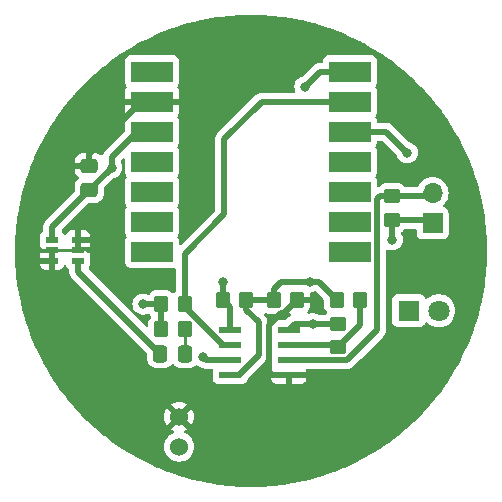
<source format=gbr>
%TF.GenerationSoftware,KiCad,Pcbnew,7.0.9*%
%TF.CreationDate,2024-04-20T19:42:18-07:00*%
%TF.ProjectId,mini_lipo_v1,6d696e69-5f6c-4697-906f-5f76312e6b69,rev?*%
%TF.SameCoordinates,Original*%
%TF.FileFunction,Copper,L2,Bot*%
%TF.FilePolarity,Positive*%
%FSLAX46Y46*%
G04 Gerber Fmt 4.6, Leading zero omitted, Abs format (unit mm)*
G04 Created by KiCad (PCBNEW 7.0.9) date 2024-04-20 19:42:18*
%MOMM*%
%LPD*%
G01*
G04 APERTURE LIST*
G04 Aperture macros list*
%AMRoundRect*
0 Rectangle with rounded corners*
0 $1 Rounding radius*
0 $2 $3 $4 $5 $6 $7 $8 $9 X,Y pos of 4 corners*
0 Add a 4 corners polygon primitive as box body*
4,1,4,$2,$3,$4,$5,$6,$7,$8,$9,$2,$3,0*
0 Add four circle primitives for the rounded corners*
1,1,$1+$1,$2,$3*
1,1,$1+$1,$4,$5*
1,1,$1+$1,$6,$7*
1,1,$1+$1,$8,$9*
0 Add four rect primitives between the rounded corners*
20,1,$1+$1,$2,$3,$4,$5,0*
20,1,$1+$1,$4,$5,$6,$7,0*
20,1,$1+$1,$6,$7,$8,$9,0*
20,1,$1+$1,$8,$9,$2,$3,0*%
G04 Aperture macros list end*
%TA.AperFunction,ComponentPad*%
%ADD10R,1.800000X1.800000*%
%TD*%
%TA.AperFunction,ComponentPad*%
%ADD11C,1.800000*%
%TD*%
%TA.AperFunction,SMDPad,CuDef*%
%ADD12RoundRect,0.250000X-0.350000X-0.450000X0.350000X-0.450000X0.350000X0.450000X-0.350000X0.450000X0*%
%TD*%
%TA.AperFunction,SMDPad,CuDef*%
%ADD13RoundRect,0.250000X-0.337500X-0.475000X0.337500X-0.475000X0.337500X0.475000X-0.337500X0.475000X0*%
%TD*%
%TA.AperFunction,SMDPad,CuDef*%
%ADD14RoundRect,0.250000X0.450000X-0.350000X0.450000X0.350000X-0.450000X0.350000X-0.450000X-0.350000X0*%
%TD*%
%TA.AperFunction,ComponentPad*%
%ADD15R,1.700000X1.700000*%
%TD*%
%TA.AperFunction,ComponentPad*%
%ADD16O,1.700000X1.700000*%
%TD*%
%TA.AperFunction,SMDPad,CuDef*%
%ADD17RoundRect,0.250000X0.350000X0.450000X-0.350000X0.450000X-0.350000X-0.450000X0.350000X-0.450000X0*%
%TD*%
%TA.AperFunction,SMDPad,CuDef*%
%ADD18RoundRect,0.250000X0.475000X-0.337500X0.475000X0.337500X-0.475000X0.337500X-0.475000X-0.337500X0*%
%TD*%
%TA.AperFunction,ComponentPad*%
%ADD19C,1.524000*%
%TD*%
%TA.AperFunction,SMDPad,CuDef*%
%ADD20R,1.981200X0.558800*%
%TD*%
%TA.AperFunction,SMDPad,CuDef*%
%ADD21RoundRect,0.250000X-0.450000X0.350000X-0.450000X-0.350000X0.450000X-0.350000X0.450000X0.350000X0*%
%TD*%
%TA.AperFunction,SMDPad,CuDef*%
%ADD22R,3.556000X1.778000*%
%TD*%
%TA.AperFunction,SMDPad,CuDef*%
%ADD23R,1.030000X0.620000*%
%TD*%
%TA.AperFunction,SMDPad,CuDef*%
%ADD24R,1.030000X0.500000*%
%TD*%
%TA.AperFunction,ViaPad*%
%ADD25C,0.800000*%
%TD*%
%TA.AperFunction,Conductor*%
%ADD26C,0.500000*%
%TD*%
%TA.AperFunction,Conductor*%
%ADD27C,0.250000*%
%TD*%
G04 APERTURE END LIST*
D10*
%TO.P,D1,1,K*%
%TO.N,Net-(D1-K)*%
X113802500Y-55283000D03*
D11*
%TO.P,D1,2,A*%
%TO.N,/D2*%
X116342500Y-55283000D03*
%TD*%
D12*
%TO.P,R1,1*%
%TO.N,/3V3*%
X98060000Y-54356000D03*
%TO.P,R1,2*%
%TO.N,/1{slash}2 3V3*%
X100060000Y-54356000D03*
%TD*%
D13*
%TO.P,C3,1*%
%TO.N,Net-(MK1-OUT)*%
X92769500Y-58928000D03*
%TO.P,C3,2*%
%TO.N,/VMM out*%
X94844500Y-58928000D03*
%TD*%
D14*
%TO.P,Rf2,1*%
%TO.N,/IN1-*%
X107823000Y-58404000D03*
%TO.P,Rf2,2*%
%TO.N,/A0*%
X107823000Y-56404000D03*
%TD*%
D15*
%TO.P,J1,1,Pin_1*%
%TO.N,/1{slash}2 3V3*%
X115824000Y-47884000D03*
D16*
%TO.P,J1,2,Pin_2*%
%TO.N,/Piezo+*%
X115824000Y-45344000D03*
%TD*%
D17*
%TO.P,Rs1,1*%
%TO.N,/VMM out*%
X94837000Y-56881000D03*
%TO.P,Rs1,2*%
%TO.N,/IN2-*%
X92837000Y-56881000D03*
%TD*%
D18*
%TO.P,C1,1*%
%TO.N,/3V3*%
X86741000Y-45085000D03*
%TO.P,C1,2*%
%TO.N,GND*%
X86741000Y-43010000D03*
%TD*%
D19*
%TO.P,C2,1*%
%TO.N,/3V3*%
X94361000Y-66802000D03*
%TO.P,C2,2*%
%TO.N,GND*%
X94361000Y-64262000D03*
%TD*%
D12*
%TO.P,Rf1,1*%
%TO.N,/IN2-*%
X92837000Y-54737000D03*
%TO.P,Rf1,2*%
%TO.N,/A1*%
X94837000Y-54737000D03*
%TD*%
D20*
%TO.P,U2,1,1OUT*%
%TO.N,/A0*%
X103632000Y-56896000D03*
%TO.P,U2,2,1IN-*%
%TO.N,/IN1-*%
X103632000Y-58166000D03*
%TO.P,U2,3,1IN+*%
%TO.N,/Piezo+*%
X103632000Y-59436000D03*
%TO.P,U2,4,GND*%
%TO.N,GND*%
X103632000Y-60706000D03*
%TO.P,U2,5,2IN+*%
%TO.N,/1{slash}2 3V3*%
X98704400Y-60706000D03*
%TO.P,U2,6,2IN-*%
%TO.N,/IN2-*%
X98704400Y-59436000D03*
%TO.P,U2,7,2OUT*%
%TO.N,/A1*%
X98704400Y-58166000D03*
%TO.P,U2,8,VDD*%
%TO.N,/3V3*%
X98704400Y-56896000D03*
%TD*%
D12*
%TO.P,R2,1*%
%TO.N,/1{slash}2 3V3*%
X102362000Y-54356000D03*
%TO.P,R2,2*%
%TO.N,GND*%
X104362000Y-54356000D03*
%TD*%
D21*
%TO.P,Rb1,1*%
%TO.N,/Piezo+*%
X112395000Y-45593000D03*
%TO.P,Rb1,2*%
%TO.N,/1{slash}2 3V3*%
X112395000Y-47593000D03*
%TD*%
D22*
%TO.P,U1,1,GPIO1_A0_D0*%
%TO.N,/A0*%
X108839000Y-35052000D03*
%TO.P,U1,2,GPIO2_A1_D1*%
%TO.N,/A1*%
X108839000Y-37592000D03*
%TO.P,U1,3,GPIO3_A2_D2*%
%TO.N,/D2*%
X108839000Y-40132000D03*
%TO.P,U1,4,GPIO4_A3_D3*%
%TO.N,unconnected-(U1-GPIO4_A3_D3-Pad4)*%
X108839000Y-42672000D03*
%TO.P,U1,5,GPIO4_A3_D3_SDA*%
%TO.N,unconnected-(U1-GPIO4_A3_D3_SDA-Pad5)*%
X108839000Y-45212000D03*
%TO.P,U1,6,GPIO6_A5_D5_SCL*%
%TO.N,unconnected-(U1-GPIO6_A5_D5_SCL-Pad6)*%
X108839000Y-47752000D03*
%TO.P,U1,7,GPIO43_TX_D6*%
%TO.N,unconnected-(U1-GPIO43_TX_D6-Pad7)*%
X108839000Y-50292000D03*
%TO.P,U1,8,5V*%
%TO.N,unconnected-(U1-5V-Pad8)*%
X92075000Y-35052000D03*
%TO.P,U1,9,GND*%
%TO.N,GND*%
X92075000Y-37592000D03*
%TO.P,U1,10,3V3*%
%TO.N,/3V3*%
X92075000Y-40132000D03*
%TO.P,U1,11,GPIO9_A10_D10_COPI*%
%TO.N,unconnected-(U1-GPIO9_A10_D10_COPI-Pad11)*%
X92075000Y-42672000D03*
%TO.P,U1,12,GPIO8_A9_D9_CIPO*%
%TO.N,unconnected-(U1-GPIO8_A9_D9_CIPO-Pad12)*%
X92075000Y-45212000D03*
%TO.P,U1,13,GPIO7_A8_D8_SCK*%
%TO.N,unconnected-(U1-GPIO7_A8_D8_SCK-Pad13)*%
X92075000Y-47752000D03*
%TO.P,U1,14,GPIO44_D7_RX*%
%TO.N,unconnected-(U1-GPIO44_D7_RX-Pad14)*%
X92075000Y-50292000D03*
%TD*%
D12*
%TO.P,Rg1,1*%
%TO.N,/1{slash}2 3V3*%
X107712000Y-54356000D03*
%TO.P,Rg1,2*%
%TO.N,/IN1-*%
X109712000Y-54356000D03*
%TD*%
D23*
%TO.P,MK1,1,GND*%
%TO.N,GND*%
X83604000Y-51045000D03*
D24*
%TO.P,MK1,2,GND__1*%
X83604000Y-50165000D03*
D23*
%TO.P,MK1,3,VDD*%
%TO.N,/3V3*%
X83604000Y-49285000D03*
%TO.P,MK1,4,GND__2*%
%TO.N,GND*%
X85814000Y-49285000D03*
D24*
%TO.P,MK1,5,GND__3*%
X85814000Y-50165000D03*
D23*
%TO.P,MK1,6,OUT*%
%TO.N,Net-(MK1-OUT)*%
X85814000Y-51045000D03*
%TD*%
D25*
%TO.N,/D2*%
X113665000Y-41910000D03*
%TO.N,GND*%
X105664000Y-54356000D03*
X88392000Y-40386000D03*
%TO.N,/3V3*%
X88646000Y-43180000D03*
X98044000Y-52832000D03*
%TO.N,/1{slash}2 3V3*%
X105410000Y-52832000D03*
X112395000Y-49276000D03*
%TO.N,/A0*%
X105029000Y-36322000D03*
X105664000Y-56388000D03*
%TO.N,/IN2-*%
X96393000Y-59182000D03*
X91313000Y-54737000D03*
%TD*%
D26*
%TO.N,/D2*%
X108077000Y-40132000D02*
X111887000Y-40132000D01*
X111887000Y-40132000D02*
X113665000Y-41910000D01*
%TO.N,GND*%
X101981000Y-60452000D02*
X102235000Y-60706000D01*
D27*
X83604000Y-50165000D02*
X83604000Y-51045000D01*
D26*
X88377000Y-40386000D02*
X88392000Y-40386000D01*
X104362000Y-54356000D02*
X103212000Y-55506000D01*
D27*
X92837000Y-37592000D02*
X92710000Y-37592000D01*
X85814000Y-50165000D02*
X85814000Y-49285000D01*
D26*
X102990000Y-55506000D02*
X101981000Y-56515000D01*
X91171000Y-37592000D02*
X88392000Y-40371000D01*
X92837000Y-37592000D02*
X91171000Y-37592000D01*
X102235000Y-60706000D02*
X103632000Y-60706000D01*
X103212000Y-55506000D02*
X102990000Y-55506000D01*
X88392000Y-40371000D02*
X88392000Y-40386000D01*
X86741000Y-43010000D02*
X86741000Y-42022000D01*
X101981000Y-56515000D02*
X101981000Y-60452000D01*
X86741000Y-42022000D02*
X88377000Y-40386000D01*
D27*
X83604000Y-50165000D02*
X85814000Y-50165000D01*
D26*
X104362000Y-54356000D02*
X105664000Y-54356000D01*
D27*
%TO.N,/3V3*%
X90805000Y-40132000D02*
X92710000Y-40132000D01*
D26*
X98704400Y-56896000D02*
X98704400Y-55000400D01*
X88646000Y-42291000D02*
X90805000Y-40132000D01*
X83604000Y-48222000D02*
X86741000Y-45085000D01*
X88646000Y-43180000D02*
X86741000Y-45085000D01*
X98060000Y-52848000D02*
X98044000Y-52832000D01*
X98704400Y-55000400D02*
X98060000Y-54356000D01*
X83604000Y-49285000D02*
X83604000Y-48222000D01*
X88646000Y-43180000D02*
X88646000Y-42291000D01*
X98060000Y-54356000D02*
X98060000Y-52848000D01*
%TO.N,Net-(MK1-OUT)*%
X85814000Y-51972500D02*
X85814000Y-51045000D01*
X92769500Y-58928000D02*
X85814000Y-51972500D01*
%TO.N,/1{slash}2 3V3*%
X101092000Y-56261000D02*
X101092000Y-59029600D01*
X100060000Y-54356000D02*
X100060000Y-55229000D01*
X102362000Y-54356000D02*
X102362000Y-53467000D01*
X100060000Y-55229000D02*
X101092000Y-56261000D01*
X112395000Y-47593000D02*
X115533000Y-47593000D01*
D27*
X99415600Y-60706000D02*
X98704400Y-60706000D01*
D26*
X102362000Y-53467000D02*
X102997000Y-52832000D01*
X106188000Y-52832000D02*
X107712000Y-54356000D01*
X115533000Y-47593000D02*
X115824000Y-47884000D01*
X101092000Y-59029600D02*
X99415600Y-60706000D01*
X112395000Y-47593000D02*
X112395000Y-49276000D01*
X100060000Y-54356000D02*
X102362000Y-54356000D01*
X105410000Y-52832000D02*
X106188000Y-52832000D01*
X102997000Y-52832000D02*
X105410000Y-52832000D01*
%TO.N,/Piezo+*%
X111125000Y-56898878D02*
X108569878Y-59454000D01*
X111125000Y-45847000D02*
X111125000Y-56898878D01*
X107058122Y-59436000D02*
X103632000Y-59436000D01*
X108569878Y-59454000D02*
X107076122Y-59454000D01*
X115575000Y-45593000D02*
X115824000Y-45344000D01*
X112395000Y-45593000D02*
X115575000Y-45593000D01*
X112395000Y-45593000D02*
X111379000Y-45593000D01*
X107076122Y-59454000D02*
X107058122Y-59436000D01*
X111379000Y-45593000D02*
X111125000Y-45847000D01*
D27*
%TO.N,/A0*%
X104394000Y-56388000D02*
X104410000Y-56404000D01*
D26*
X103632000Y-56896000D02*
X104140000Y-56388000D01*
X105664000Y-56388000D02*
X105680000Y-56404000D01*
X108077000Y-35052000D02*
X106299000Y-35052000D01*
X104410000Y-56404000D02*
X105648000Y-56404000D01*
X104140000Y-56388000D02*
X104394000Y-56388000D01*
X105648000Y-56404000D02*
X105664000Y-56388000D01*
X105680000Y-56404000D02*
X107823000Y-56404000D01*
X106299000Y-35052000D02*
X105029000Y-36322000D01*
%TO.N,/A1*%
X98054400Y-58166000D02*
X94837000Y-54948600D01*
X94837000Y-50451000D02*
X98171000Y-47117000D01*
X98704400Y-58166000D02*
X98054400Y-58166000D01*
X98171000Y-47117000D02*
X98171000Y-40767000D01*
D27*
X94837000Y-54948600D02*
X94837000Y-54737000D01*
D26*
X98171000Y-40767000D02*
X101346000Y-37592000D01*
X94837000Y-54737000D02*
X94837000Y-50451000D01*
X101346000Y-37592000D02*
X107950000Y-37592000D01*
D27*
%TO.N,/VMM out*%
X94837000Y-56881000D02*
X94837000Y-58920500D01*
X94844500Y-56888500D02*
X94837000Y-56881000D01*
X94837000Y-58920500D02*
X94844500Y-58928000D01*
D26*
%TO.N,/IN2-*%
X96647000Y-59436000D02*
X96393000Y-59182000D01*
X92837000Y-56881000D02*
X92837000Y-54737000D01*
X92837000Y-54737000D02*
X91313000Y-54737000D01*
X98704400Y-59436000D02*
X96647000Y-59436000D01*
D27*
%TO.N,/IN1-*%
X107585000Y-58166000D02*
X107823000Y-58404000D01*
D26*
X103632000Y-58166000D02*
X107585000Y-58166000D01*
X109712000Y-56515000D02*
X107823000Y-58404000D01*
X109712000Y-54356000D02*
X109712000Y-56515000D01*
%TD*%
%TA.AperFunction,Conductor*%
%TO.N,GND*%
G36*
X89715834Y-42385047D02*
G01*
X89771767Y-42426919D01*
X89796184Y-42492383D01*
X89796500Y-42501229D01*
X89796500Y-43145345D01*
X89787037Y-43177570D01*
X89794477Y-43192345D01*
X89796500Y-43214653D01*
X89796500Y-43608870D01*
X89796501Y-43608876D01*
X89802908Y-43668483D01*
X89853202Y-43803328D01*
X89853204Y-43803331D01*
X89901382Y-43867689D01*
X89925799Y-43933154D01*
X89910947Y-44001427D01*
X89901382Y-44016311D01*
X89853204Y-44080668D01*
X89853202Y-44080671D01*
X89802908Y-44215517D01*
X89796501Y-44275116D01*
X89796501Y-44275123D01*
X89796500Y-44275135D01*
X89796500Y-46148870D01*
X89796501Y-46148876D01*
X89802908Y-46208483D01*
X89853202Y-46343328D01*
X89853204Y-46343331D01*
X89901382Y-46407689D01*
X89925799Y-46473154D01*
X89910947Y-46541427D01*
X89901382Y-46556311D01*
X89853204Y-46620668D01*
X89853202Y-46620671D01*
X89802908Y-46755517D01*
X89798899Y-46792811D01*
X89796501Y-46815123D01*
X89796500Y-46815135D01*
X89796500Y-48688870D01*
X89796501Y-48688876D01*
X89802908Y-48748483D01*
X89853202Y-48883328D01*
X89853204Y-48883331D01*
X89901382Y-48947689D01*
X89925799Y-49013154D01*
X89910947Y-49081427D01*
X89901382Y-49096311D01*
X89853204Y-49160668D01*
X89853202Y-49160671D01*
X89802908Y-49295517D01*
X89796501Y-49355116D01*
X89796501Y-49355123D01*
X89796500Y-49355135D01*
X89796500Y-51228870D01*
X89796501Y-51228876D01*
X89802908Y-51288483D01*
X89853202Y-51423328D01*
X89853206Y-51423335D01*
X89939452Y-51538544D01*
X89939455Y-51538547D01*
X90054664Y-51624793D01*
X90054671Y-51624797D01*
X90189517Y-51675091D01*
X90189516Y-51675091D01*
X90196444Y-51675835D01*
X90249127Y-51681500D01*
X93900872Y-51681499D01*
X93900874Y-51681498D01*
X93900887Y-51681498D01*
X93939322Y-51677365D01*
X93949244Y-51676299D01*
X94018004Y-51688704D01*
X94069141Y-51736314D01*
X94086500Y-51799588D01*
X94086500Y-53583042D01*
X94066815Y-53650081D01*
X94027598Y-53688580D01*
X94018344Y-53694287D01*
X94018343Y-53694288D01*
X93924681Y-53787951D01*
X93863358Y-53821436D01*
X93793666Y-53816452D01*
X93749319Y-53787951D01*
X93655657Y-53694289D01*
X93655656Y-53694288D01*
X93506334Y-53602186D01*
X93339797Y-53547001D01*
X93339795Y-53547000D01*
X93237010Y-53536500D01*
X92436998Y-53536500D01*
X92436980Y-53536501D01*
X92334203Y-53547000D01*
X92334200Y-53547001D01*
X92167668Y-53602185D01*
X92167663Y-53602187D01*
X92018342Y-53694289D01*
X91894289Y-53818342D01*
X91858423Y-53876491D01*
X91806475Y-53923215D01*
X91737512Y-53934438D01*
X91702448Y-53924673D01*
X91592807Y-53875857D01*
X91592802Y-53875855D01*
X91447001Y-53844865D01*
X91407646Y-53836500D01*
X91218354Y-53836500D01*
X91185897Y-53843398D01*
X91033197Y-53875855D01*
X91033192Y-53875857D01*
X90860270Y-53952848D01*
X90860265Y-53952851D01*
X90707129Y-54064111D01*
X90580466Y-54204785D01*
X90485821Y-54368715D01*
X90485818Y-54368722D01*
X90427327Y-54548740D01*
X90427326Y-54548744D01*
X90407540Y-54737000D01*
X90427326Y-54925256D01*
X90427327Y-54925259D01*
X90485818Y-55105277D01*
X90485821Y-55105284D01*
X90580467Y-55269216D01*
X90663275Y-55361183D01*
X90707129Y-55409888D01*
X90860265Y-55521148D01*
X90860270Y-55521151D01*
X91033192Y-55598142D01*
X91033197Y-55598144D01*
X91218354Y-55637500D01*
X91218355Y-55637500D01*
X91407644Y-55637500D01*
X91407646Y-55637500D01*
X91592803Y-55598144D01*
X91702449Y-55549325D01*
X91771697Y-55540040D01*
X91834974Y-55569668D01*
X91858423Y-55597509D01*
X91894287Y-55655655D01*
X91959951Y-55721319D01*
X91993436Y-55782642D01*
X91988452Y-55852334D01*
X91959951Y-55896681D01*
X91894289Y-55962342D01*
X91802187Y-56111663D01*
X91802185Y-56111668D01*
X91800716Y-56116101D01*
X91747001Y-56278203D01*
X91747001Y-56278204D01*
X91747000Y-56278204D01*
X91736500Y-56380983D01*
X91736500Y-56534270D01*
X91716815Y-56601309D01*
X91664011Y-56647064D01*
X91594853Y-56657008D01*
X91531297Y-56627983D01*
X91524819Y-56621951D01*
X86732070Y-51829202D01*
X86698585Y-51767879D01*
X86703569Y-51698187D01*
X86720485Y-51667210D01*
X86772793Y-51597335D01*
X86772792Y-51597335D01*
X86772796Y-51597331D01*
X86823091Y-51462483D01*
X86829500Y-51402873D01*
X86829499Y-50687128D01*
X86823091Y-50627517D01*
X86819400Y-50617623D01*
X86814412Y-50547932D01*
X86819402Y-50530940D01*
X86822598Y-50522371D01*
X86828999Y-50462844D01*
X86829000Y-50462827D01*
X86829000Y-50415000D01*
X86775454Y-50415000D01*
X86708415Y-50395315D01*
X86687773Y-50378681D01*
X86686544Y-50377452D01*
X86571335Y-50291206D01*
X86571328Y-50291202D01*
X86436482Y-50240908D01*
X86436483Y-50240908D01*
X86376883Y-50234501D01*
X86376881Y-50234500D01*
X86376873Y-50234500D01*
X86376865Y-50234500D01*
X85688000Y-50234500D01*
X85620961Y-50214815D01*
X85575206Y-50162011D01*
X85564000Y-50110500D01*
X85564000Y-49535000D01*
X86064000Y-49535000D01*
X86064000Y-49915000D01*
X86829000Y-49915000D01*
X86829000Y-49867172D01*
X86828999Y-49867155D01*
X86822598Y-49807627D01*
X86822597Y-49807624D01*
X86819133Y-49798335D01*
X86814148Y-49728643D01*
X86819133Y-49711665D01*
X86822597Y-49702375D01*
X86822598Y-49702372D01*
X86828999Y-49642844D01*
X86829000Y-49642827D01*
X86829000Y-49535000D01*
X86064000Y-49535000D01*
X85564000Y-49535000D01*
X85564000Y-48475000D01*
X86064000Y-48475000D01*
X86064000Y-49035000D01*
X86829000Y-49035000D01*
X86829000Y-48927172D01*
X86828999Y-48927155D01*
X86822598Y-48867627D01*
X86822596Y-48867620D01*
X86772354Y-48732913D01*
X86772350Y-48732906D01*
X86686190Y-48617812D01*
X86686187Y-48617809D01*
X86571093Y-48531649D01*
X86571086Y-48531645D01*
X86436379Y-48481403D01*
X86436372Y-48481401D01*
X86376844Y-48475000D01*
X86064000Y-48475000D01*
X85564000Y-48475000D01*
X85251155Y-48475000D01*
X85191627Y-48481401D01*
X85191620Y-48481403D01*
X85056913Y-48531645D01*
X85056906Y-48531649D01*
X84941812Y-48617809D01*
X84941809Y-48617812D01*
X84855649Y-48732906D01*
X84855646Y-48732911D01*
X84825448Y-48813877D01*
X84783576Y-48869810D01*
X84718112Y-48894227D01*
X84649839Y-48879375D01*
X84600434Y-48829970D01*
X84593084Y-48813875D01*
X84562798Y-48732673D01*
X84562793Y-48732664D01*
X84476547Y-48617455D01*
X84476542Y-48617450D01*
X84472930Y-48614746D01*
X84431061Y-48558811D01*
X84426080Y-48489119D01*
X84459562Y-48427804D01*
X86678049Y-46209318D01*
X86739372Y-46175833D01*
X86765730Y-46172999D01*
X87266002Y-46172999D01*
X87266008Y-46172999D01*
X87368797Y-46162499D01*
X87535334Y-46107314D01*
X87684656Y-46015212D01*
X87808712Y-45891156D01*
X87900814Y-45741834D01*
X87955999Y-45575297D01*
X87966500Y-45472509D01*
X87966499Y-44972228D01*
X87986183Y-44905190D01*
X88002813Y-44884553D01*
X88798771Y-44088595D01*
X88860092Y-44055112D01*
X88860448Y-44055034D01*
X88925803Y-44041144D01*
X89098730Y-43964151D01*
X89251871Y-43852888D01*
X89378533Y-43712216D01*
X89473179Y-43548284D01*
X89531674Y-43368256D01*
X89549180Y-43201688D01*
X89556245Y-43184516D01*
X89553523Y-43180280D01*
X89549180Y-43158316D01*
X89531674Y-42991744D01*
X89473179Y-42811716D01*
X89415877Y-42712465D01*
X89399404Y-42644565D01*
X89422257Y-42578538D01*
X89435578Y-42562789D01*
X89584820Y-42413547D01*
X89646142Y-42380063D01*
X89715834Y-42385047D01*
G37*
%TD.AperFunction*%
%TA.AperFunction,Conductor*%
G36*
X105950652Y-53656354D02*
G01*
X105956242Y-53661609D01*
X106575181Y-54280548D01*
X106608666Y-54341871D01*
X106611500Y-54368229D01*
X106611500Y-54856001D01*
X106611501Y-54856019D01*
X106622000Y-54958796D01*
X106622001Y-54958799D01*
X106670540Y-55105277D01*
X106677186Y-55125334D01*
X106769096Y-55274345D01*
X106769289Y-55274657D01*
X106842451Y-55347819D01*
X106875936Y-55409142D01*
X106870952Y-55478834D01*
X106842451Y-55523181D01*
X106780288Y-55585343D01*
X106780287Y-55585344D01*
X106774580Y-55594598D01*
X106722632Y-55641322D01*
X106669042Y-55653500D01*
X106225359Y-55653500D01*
X106158320Y-55633815D01*
X106152474Y-55629818D01*
X106116734Y-55603851D01*
X106116729Y-55603848D01*
X105943807Y-55526857D01*
X105943802Y-55526855D01*
X105798001Y-55495865D01*
X105758646Y-55487500D01*
X105569354Y-55487500D01*
X105529228Y-55496029D01*
X105384189Y-55526857D01*
X105383027Y-55527235D01*
X105382318Y-55527255D01*
X105377840Y-55528207D01*
X105377665Y-55527387D01*
X105313185Y-55529223D01*
X105253356Y-55493135D01*
X105222536Y-55430431D01*
X105230508Y-55361017D01*
X105257042Y-55321618D01*
X105304315Y-55274345D01*
X105396356Y-55125124D01*
X105396358Y-55125119D01*
X105451505Y-54958697D01*
X105451506Y-54958690D01*
X105461999Y-54855986D01*
X105462000Y-54855973D01*
X105462000Y-54606000D01*
X104236000Y-54606000D01*
X104168961Y-54586315D01*
X104123206Y-54533511D01*
X104112000Y-54482000D01*
X104112000Y-54230000D01*
X104131685Y-54162961D01*
X104184489Y-54117206D01*
X104236000Y-54106000D01*
X105461999Y-54106000D01*
X105461999Y-53856028D01*
X105461998Y-53856014D01*
X105461870Y-53854760D01*
X105461920Y-53854487D01*
X105461838Y-53852866D01*
X105462225Y-53852846D01*
X105474630Y-53786065D01*
X105522505Y-53735175D01*
X105559446Y-53720852D01*
X105559516Y-53720836D01*
X105689803Y-53693144D01*
X105786523Y-53650081D01*
X105818125Y-53636011D01*
X105887375Y-53626726D01*
X105950652Y-53656354D01*
G37*
%TD.AperFunction*%
%TA.AperFunction,Conductor*%
G36*
X101264403Y-30244620D02*
G01*
X101443950Y-30252684D01*
X102160049Y-30300964D01*
X102339089Y-30317079D01*
X103052233Y-30397431D01*
X103052242Y-30397432D01*
X103230386Y-30421562D01*
X103864526Y-30522000D01*
X103939220Y-30533831D01*
X103974222Y-30540182D01*
X104116148Y-30565938D01*
X104819220Y-30709893D01*
X104994454Y-30749888D01*
X105690422Y-30925257D01*
X105863692Y-30973076D01*
X106485725Y-31159863D01*
X106551060Y-31179483D01*
X106722050Y-31235040D01*
X107399462Y-31472077D01*
X107567745Y-31535234D01*
X108233847Y-31802427D01*
X108399173Y-31873091D01*
X108847183Y-32076586D01*
X109052557Y-32169872D01*
X109052582Y-32169883D01*
X109214585Y-32247900D01*
X109854029Y-32573713D01*
X109958011Y-32629669D01*
X110012335Y-32658902D01*
X110636494Y-33013061D01*
X110790884Y-33105304D01*
X111398487Y-33487087D01*
X111398518Y-33487106D01*
X111548573Y-33586156D01*
X112138539Y-33994886D01*
X112283916Y-34100509D01*
X112854975Y-34535314D01*
X112995522Y-34647398D01*
X113546405Y-35107308D01*
X113681827Y-35225623D01*
X114211538Y-35709800D01*
X114341489Y-35834046D01*
X114848953Y-36341510D01*
X114973199Y-36471461D01*
X115457376Y-37001172D01*
X115575691Y-37136594D01*
X116035615Y-37687493D01*
X116147701Y-37828045D01*
X116582479Y-38399068D01*
X116643823Y-38483500D01*
X116688122Y-38544473D01*
X117096840Y-39134422D01*
X117195893Y-39284481D01*
X117577694Y-39892114D01*
X117669931Y-40046492D01*
X118024097Y-40670664D01*
X118109290Y-40828977D01*
X118435099Y-41468414D01*
X118513116Y-41630417D01*
X118809908Y-42283826D01*
X118880572Y-42449152D01*
X119147758Y-43115237D01*
X119210921Y-43283534D01*
X119447958Y-43960946D01*
X119503515Y-44131935D01*
X119709917Y-44819285D01*
X119757741Y-44992572D01*
X119933100Y-45688499D01*
X119945273Y-45741831D01*
X119973107Y-45863781D01*
X120117060Y-46566845D01*
X120149168Y-46743779D01*
X120261432Y-47452583D01*
X120285567Y-47630757D01*
X120365920Y-48343909D01*
X120382036Y-48522974D01*
X120430313Y-49239012D01*
X120438379Y-49418613D01*
X120456468Y-50224608D01*
X120456468Y-50227390D01*
X120438379Y-51033386D01*
X120430313Y-51212987D01*
X120382036Y-51929025D01*
X120365920Y-52108090D01*
X120285567Y-52821242D01*
X120261432Y-52999416D01*
X120149168Y-53708220D01*
X120117060Y-53885154D01*
X119973107Y-54588218D01*
X119933107Y-54763470D01*
X119829908Y-55173028D01*
X119757742Y-55459425D01*
X119709918Y-55632711D01*
X119503515Y-56320064D01*
X119447958Y-56491053D01*
X119210921Y-57168465D01*
X119147758Y-57336762D01*
X118880572Y-58002847D01*
X118809908Y-58168173D01*
X118513116Y-58821582D01*
X118435099Y-58983585D01*
X118109290Y-59623022D01*
X118024097Y-59781335D01*
X117669931Y-60405507D01*
X117577694Y-60559885D01*
X117195893Y-61167518D01*
X117096840Y-61317577D01*
X116688122Y-61907526D01*
X116582486Y-62052922D01*
X116147701Y-62623954D01*
X116035615Y-62764506D01*
X115575691Y-63315405D01*
X115457376Y-63450827D01*
X114973199Y-63980538D01*
X114848953Y-64110489D01*
X114341489Y-64617953D01*
X114211538Y-64742199D01*
X113681827Y-65226376D01*
X113546405Y-65344691D01*
X112995506Y-65804615D01*
X112854954Y-65916701D01*
X112283922Y-66351486D01*
X112138526Y-66457122D01*
X111548577Y-66865840D01*
X111398518Y-66964893D01*
X110790885Y-67346694D01*
X110636507Y-67438931D01*
X110012335Y-67793097D01*
X109854022Y-67878290D01*
X109214585Y-68204099D01*
X109052582Y-68282116D01*
X108399173Y-68578908D01*
X108233847Y-68649572D01*
X107567762Y-68916758D01*
X107399465Y-68979921D01*
X106722053Y-69216958D01*
X106551064Y-69272515D01*
X105863714Y-69478917D01*
X105690425Y-69526742D01*
X104994511Y-69702097D01*
X104888289Y-69726342D01*
X104819218Y-69742107D01*
X104116154Y-69886060D01*
X103939220Y-69918168D01*
X103230416Y-70030432D01*
X103052242Y-70054567D01*
X102339090Y-70134920D01*
X102160025Y-70151036D01*
X101443987Y-70199313D01*
X101264386Y-70207379D01*
X100546870Y-70223483D01*
X100367130Y-70223483D01*
X99649613Y-70207379D01*
X99470012Y-70199313D01*
X98753974Y-70151036D01*
X98574909Y-70134920D01*
X97861757Y-70054567D01*
X97683583Y-70030432D01*
X96974779Y-69918168D01*
X96797845Y-69886060D01*
X96094781Y-69742107D01*
X96074397Y-69737454D01*
X95919499Y-69702100D01*
X95223572Y-69526741D01*
X95050285Y-69478917D01*
X94362935Y-69272515D01*
X94191946Y-69216958D01*
X93514534Y-68979921D01*
X93346237Y-68916758D01*
X92680152Y-68649572D01*
X92514826Y-68578908D01*
X91861417Y-68282116D01*
X91699414Y-68204099D01*
X91059989Y-67878296D01*
X91015473Y-67854341D01*
X90901664Y-67793097D01*
X90277492Y-67438931D01*
X90123114Y-67346694D01*
X89515481Y-66964893D01*
X89365422Y-66865840D01*
X89273277Y-66802002D01*
X93093677Y-66802002D01*
X93112929Y-67022062D01*
X93112930Y-67022070D01*
X93170104Y-67235445D01*
X93170105Y-67235447D01*
X93170106Y-67235450D01*
X93221980Y-67346694D01*
X93263466Y-67435662D01*
X93263468Y-67435666D01*
X93390170Y-67616615D01*
X93390175Y-67616621D01*
X93546378Y-67772824D01*
X93546384Y-67772829D01*
X93727333Y-67899531D01*
X93727335Y-67899532D01*
X93727338Y-67899534D01*
X93927550Y-67992894D01*
X94140932Y-68050070D01*
X94298123Y-68063822D01*
X94360998Y-68069323D01*
X94361000Y-68069323D01*
X94361002Y-68069323D01*
X94416017Y-68064509D01*
X94581068Y-68050070D01*
X94794450Y-67992894D01*
X94994662Y-67899534D01*
X95175620Y-67772826D01*
X95331826Y-67616620D01*
X95458534Y-67435662D01*
X95551894Y-67235450D01*
X95609070Y-67022068D01*
X95628323Y-66802000D01*
X95609070Y-66581932D01*
X95551894Y-66368550D01*
X95458534Y-66168339D01*
X95331826Y-65987380D01*
X95175620Y-65831174D01*
X95175616Y-65831171D01*
X95175615Y-65831170D01*
X94994666Y-65704468D01*
X94994658Y-65704464D01*
X94865219Y-65644106D01*
X94812779Y-65597934D01*
X94793627Y-65530741D01*
X94813843Y-65463859D01*
X94865219Y-65419342D01*
X94994408Y-65359100D01*
X94994420Y-65359093D01*
X95059186Y-65313742D01*
X95059187Y-65313740D01*
X94388448Y-64643000D01*
X94392569Y-64643000D01*
X94486421Y-64627339D01*
X94598251Y-64566820D01*
X94684371Y-64473269D01*
X94735448Y-64356823D01*
X94741105Y-64288552D01*
X95412740Y-64960187D01*
X95412742Y-64960186D01*
X95458093Y-64895420D01*
X95458100Y-64895408D01*
X95551419Y-64695284D01*
X95551424Y-64695270D01*
X95608573Y-64481986D01*
X95608575Y-64481976D01*
X95627821Y-64262000D01*
X95627821Y-64261999D01*
X95608575Y-64042023D01*
X95608573Y-64042013D01*
X95551424Y-63828729D01*
X95551420Y-63828720D01*
X95458098Y-63628590D01*
X95412740Y-63563811D01*
X94745903Y-64230648D01*
X94745949Y-64230102D01*
X94714734Y-64106838D01*
X94645187Y-64000388D01*
X94544843Y-63922287D01*
X94424578Y-63881000D01*
X94388447Y-63881000D01*
X95059187Y-63210258D01*
X94994409Y-63164900D01*
X94994407Y-63164899D01*
X94794284Y-63071580D01*
X94794270Y-63071575D01*
X94580986Y-63014426D01*
X94580976Y-63014424D01*
X94361001Y-62995179D01*
X94360999Y-62995179D01*
X94141023Y-63014424D01*
X94141013Y-63014426D01*
X93927729Y-63071575D01*
X93927720Y-63071579D01*
X93727586Y-63164903D01*
X93662812Y-63210257D01*
X93662811Y-63210258D01*
X94333554Y-63881000D01*
X94329431Y-63881000D01*
X94235579Y-63896661D01*
X94123749Y-63957180D01*
X94037629Y-64050731D01*
X93986552Y-64167177D01*
X93980894Y-64235447D01*
X93309258Y-63563811D01*
X93309257Y-63563812D01*
X93263903Y-63628586D01*
X93170579Y-63828720D01*
X93170575Y-63828729D01*
X93113426Y-64042013D01*
X93113424Y-64042023D01*
X93094179Y-64261999D01*
X93094179Y-64262000D01*
X93113424Y-64481976D01*
X93113426Y-64481986D01*
X93170575Y-64695270D01*
X93170580Y-64695284D01*
X93263899Y-64895407D01*
X93263900Y-64895409D01*
X93309258Y-64960187D01*
X93976096Y-64293349D01*
X93976051Y-64293898D01*
X94007266Y-64417162D01*
X94076813Y-64523612D01*
X94177157Y-64601713D01*
X94297422Y-64643000D01*
X94333553Y-64643000D01*
X93662811Y-65313741D01*
X93727582Y-65359094D01*
X93727588Y-65359098D01*
X93856781Y-65419342D01*
X93909220Y-65465514D01*
X93928372Y-65532708D01*
X93908156Y-65599589D01*
X93856781Y-65644106D01*
X93727340Y-65704465D01*
X93727338Y-65704466D01*
X93546377Y-65831175D01*
X93390175Y-65987377D01*
X93263466Y-66168338D01*
X93263465Y-66168340D01*
X93170107Y-66368548D01*
X93170104Y-66368554D01*
X93112930Y-66581929D01*
X93112929Y-66581937D01*
X93093677Y-66801997D01*
X93093677Y-66802002D01*
X89273277Y-66802002D01*
X88775473Y-66457122D01*
X88768033Y-66451717D01*
X88630068Y-66351479D01*
X88059045Y-65916701D01*
X88007234Y-65875383D01*
X87918493Y-65804615D01*
X87595160Y-65534677D01*
X87367594Y-65344691D01*
X87232172Y-65226376D01*
X86702461Y-64742199D01*
X86572510Y-64617953D01*
X86065046Y-64110489D01*
X85940800Y-63980538D01*
X85456623Y-63450827D01*
X85338308Y-63315405D01*
X84878398Y-62764522D01*
X84766298Y-62623954D01*
X84752678Y-62606067D01*
X84331509Y-62052916D01*
X84225877Y-61907526D01*
X83817156Y-61317573D01*
X83757695Y-61227493D01*
X83718106Y-61167518D01*
X83336304Y-60559884D01*
X83244061Y-60405494D01*
X82889902Y-59781335D01*
X82858150Y-59722331D01*
X82804710Y-59623022D01*
X82478900Y-58983585D01*
X82400883Y-58821582D01*
X82104091Y-58168173D01*
X82033427Y-58002847D01*
X82023733Y-57978681D01*
X81766234Y-57336745D01*
X81703077Y-57168462D01*
X81466040Y-56491050D01*
X81410483Y-56320060D01*
X81204082Y-55632711D01*
X81186683Y-55569668D01*
X81156257Y-55459422D01*
X80980888Y-54763454D01*
X80940893Y-54588218D01*
X80796938Y-53885148D01*
X80764831Y-53708220D01*
X80721629Y-53435452D01*
X80652564Y-52999399D01*
X80651692Y-52992959D01*
X80628432Y-52821242D01*
X80588149Y-52463722D01*
X80548078Y-52108081D01*
X80546028Y-52085306D01*
X80531963Y-51929025D01*
X80489216Y-51295000D01*
X82589000Y-51295000D01*
X82589000Y-51402844D01*
X82595401Y-51462372D01*
X82595403Y-51462379D01*
X82645645Y-51597086D01*
X82645649Y-51597093D01*
X82731809Y-51712187D01*
X82731812Y-51712190D01*
X82846906Y-51798350D01*
X82846913Y-51798354D01*
X82981620Y-51848596D01*
X82981627Y-51848598D01*
X83041155Y-51854999D01*
X83041172Y-51855000D01*
X83354000Y-51855000D01*
X83354000Y-51295000D01*
X82589000Y-51295000D01*
X80489216Y-51295000D01*
X80483684Y-51212950D01*
X80475620Y-51033403D01*
X80461742Y-50415000D01*
X82589000Y-50415000D01*
X82589000Y-50462844D01*
X82595401Y-50522372D01*
X82595403Y-50522382D01*
X82598867Y-50531668D01*
X82603851Y-50601359D01*
X82598867Y-50618332D01*
X82595403Y-50627617D01*
X82595401Y-50627627D01*
X82589000Y-50687155D01*
X82589000Y-50795000D01*
X83354000Y-50795000D01*
X83354000Y-50415000D01*
X82589000Y-50415000D01*
X80461742Y-50415000D01*
X80459517Y-50315869D01*
X80459517Y-50136130D01*
X80461701Y-50038797D01*
X80470587Y-49642870D01*
X82588500Y-49642870D01*
X82588501Y-49642876D01*
X82594909Y-49702484D01*
X82598601Y-49712384D01*
X82603583Y-49782076D01*
X82598602Y-49799042D01*
X82595403Y-49807618D01*
X82595401Y-49807627D01*
X82589000Y-49867155D01*
X82589000Y-49915000D01*
X82642546Y-49915000D01*
X82709585Y-49934685D01*
X82730227Y-49951319D01*
X82731455Y-49952547D01*
X82846664Y-50038793D01*
X82846671Y-50038797D01*
X82981517Y-50089091D01*
X82981516Y-50089091D01*
X82988444Y-50089835D01*
X83041127Y-50095500D01*
X83730001Y-50095499D01*
X83797039Y-50115183D01*
X83842794Y-50167987D01*
X83854000Y-50219499D01*
X83854000Y-51855000D01*
X84166828Y-51855000D01*
X84166844Y-51854999D01*
X84226372Y-51848598D01*
X84226379Y-51848596D01*
X84361086Y-51798354D01*
X84361093Y-51798350D01*
X84476187Y-51712190D01*
X84476190Y-51712187D01*
X84562350Y-51597093D01*
X84562355Y-51597084D01*
X84592551Y-51516124D01*
X84634421Y-51460190D01*
X84699885Y-51435772D01*
X84768159Y-51450623D01*
X84817564Y-51500028D01*
X84824915Y-51516123D01*
X84855202Y-51597328D01*
X84855206Y-51597335D01*
X84878229Y-51628089D01*
X84941454Y-51712546D01*
X85013811Y-51766713D01*
X85055682Y-51822646D01*
X85063500Y-51865979D01*
X85063500Y-51908794D01*
X85062191Y-51926763D01*
X85058710Y-51950525D01*
X85063264Y-52002564D01*
X85063500Y-52007970D01*
X85063500Y-52016209D01*
X85067306Y-52048774D01*
X85074000Y-52125291D01*
X85075461Y-52132367D01*
X85075403Y-52132378D01*
X85077034Y-52139737D01*
X85077092Y-52139724D01*
X85078757Y-52146750D01*
X85105025Y-52218924D01*
X85129185Y-52291831D01*
X85132236Y-52298374D01*
X85132182Y-52298398D01*
X85135470Y-52305188D01*
X85135521Y-52305163D01*
X85138761Y-52311613D01*
X85138762Y-52311614D01*
X85138763Y-52311617D01*
X85157412Y-52339972D01*
X85180965Y-52375783D01*
X85221287Y-52441155D01*
X85225766Y-52446819D01*
X85225719Y-52446856D01*
X85230482Y-52452702D01*
X85230528Y-52452664D01*
X85235173Y-52458200D01*
X85291018Y-52510886D01*
X88485601Y-55705469D01*
X91645181Y-58865048D01*
X91678666Y-58926371D01*
X91681500Y-58952729D01*
X91681500Y-59453001D01*
X91681501Y-59453019D01*
X91692000Y-59555796D01*
X91692001Y-59555799D01*
X91714277Y-59623022D01*
X91747186Y-59722334D01*
X91839288Y-59871656D01*
X91963344Y-59995712D01*
X92112666Y-60087814D01*
X92279203Y-60142999D01*
X92381991Y-60153500D01*
X93157008Y-60153499D01*
X93157016Y-60153498D01*
X93157019Y-60153498D01*
X93230027Y-60146040D01*
X93259797Y-60142999D01*
X93426334Y-60087814D01*
X93575656Y-59995712D01*
X93699712Y-59871656D01*
X93701461Y-59868819D01*
X93703169Y-59867283D01*
X93704193Y-59865989D01*
X93704414Y-59866163D01*
X93753406Y-59822096D01*
X93822368Y-59810872D01*
X93886451Y-59838713D01*
X93912537Y-59868817D01*
X93914288Y-59871656D01*
X94038344Y-59995712D01*
X94187666Y-60087814D01*
X94354203Y-60142999D01*
X94456991Y-60153500D01*
X95232008Y-60153499D01*
X95232016Y-60153498D01*
X95232019Y-60153498D01*
X95305027Y-60146040D01*
X95334797Y-60142999D01*
X95501334Y-60087814D01*
X95650656Y-59995712D01*
X95714765Y-59931602D01*
X95776084Y-59898120D01*
X95845776Y-59903104D01*
X95875324Y-59918965D01*
X95928677Y-59957728D01*
X95940270Y-59966151D01*
X96113192Y-60043142D01*
X96113197Y-60043144D01*
X96212428Y-60064236D01*
X96243489Y-60076678D01*
X96243779Y-60076059D01*
X96250321Y-60079109D01*
X96250323Y-60079111D01*
X96319930Y-60111569D01*
X96388567Y-60146040D01*
X96388576Y-60146042D01*
X96395355Y-60148510D01*
X96395334Y-60148567D01*
X96402451Y-60151040D01*
X96402470Y-60150984D01*
X96409330Y-60153257D01*
X96484532Y-60168784D01*
X96559279Y-60186500D01*
X96559288Y-60186500D01*
X96566452Y-60187338D01*
X96566445Y-60187397D01*
X96573946Y-60188163D01*
X96573952Y-60188104D01*
X96581140Y-60188733D01*
X96581143Y-60188732D01*
X96581144Y-60188733D01*
X96657898Y-60186500D01*
X97095921Y-60186500D01*
X97162960Y-60206185D01*
X97208715Y-60258989D01*
X97219210Y-60323752D01*
X97213300Y-60378727D01*
X97213300Y-60378734D01*
X97213300Y-60378735D01*
X97213300Y-61033270D01*
X97213301Y-61033276D01*
X97219708Y-61092883D01*
X97270002Y-61227728D01*
X97270006Y-61227735D01*
X97356252Y-61342944D01*
X97356255Y-61342947D01*
X97471464Y-61429193D01*
X97471471Y-61429197D01*
X97606317Y-61479491D01*
X97606316Y-61479491D01*
X97613244Y-61480235D01*
X97665927Y-61485900D01*
X99742872Y-61485899D01*
X99802483Y-61479491D01*
X99937331Y-61429196D01*
X100052546Y-61342946D01*
X100138796Y-61227731D01*
X100189091Y-61092883D01*
X100195500Y-61033273D01*
X100195499Y-61033258D01*
X100195549Y-61032345D01*
X100195623Y-61032134D01*
X100195856Y-61029969D01*
X100196367Y-61030023D01*
X100218779Y-60966450D01*
X100227670Y-60956000D01*
X102141400Y-60956000D01*
X102141400Y-61033244D01*
X102147801Y-61092772D01*
X102147803Y-61092779D01*
X102198045Y-61227486D01*
X102198049Y-61227493D01*
X102284209Y-61342587D01*
X102284212Y-61342590D01*
X102399306Y-61428750D01*
X102399313Y-61428754D01*
X102534020Y-61478996D01*
X102534027Y-61478998D01*
X102593555Y-61485399D01*
X102593572Y-61485400D01*
X103382000Y-61485400D01*
X103382000Y-60956000D01*
X103882000Y-60956000D01*
X103882000Y-61485400D01*
X104670428Y-61485400D01*
X104670444Y-61485399D01*
X104729972Y-61478998D01*
X104729979Y-61478996D01*
X104864686Y-61428754D01*
X104864693Y-61428750D01*
X104979787Y-61342590D01*
X104979790Y-61342587D01*
X105065950Y-61227493D01*
X105065954Y-61227486D01*
X105116196Y-61092779D01*
X105116198Y-61092772D01*
X105122599Y-61033244D01*
X105122600Y-61033227D01*
X105122600Y-60956000D01*
X103882000Y-60956000D01*
X103382000Y-60956000D01*
X102141400Y-60956000D01*
X100227670Y-60956000D01*
X100231686Y-60951279D01*
X101577638Y-59605327D01*
X101591267Y-59593550D01*
X101610530Y-59579210D01*
X101610532Y-59579206D01*
X101610534Y-59579206D01*
X101630176Y-59555796D01*
X101644113Y-59539185D01*
X101647767Y-59535199D01*
X101653591Y-59529376D01*
X101673930Y-59503652D01*
X101723302Y-59444814D01*
X101723306Y-59444805D01*
X101727274Y-59438775D01*
X101727325Y-59438808D01*
X101731369Y-59432460D01*
X101731317Y-59432428D01*
X101735104Y-59426285D01*
X101735111Y-59426277D01*
X101767572Y-59356663D01*
X101802040Y-59288033D01*
X101802041Y-59288027D01*
X101804508Y-59281250D01*
X101804566Y-59281271D01*
X101807043Y-59274144D01*
X101806986Y-59274126D01*
X101809255Y-59267279D01*
X101809256Y-59267274D01*
X101809257Y-59267272D01*
X101824790Y-59192041D01*
X101842500Y-59117321D01*
X101842500Y-59117319D01*
X101843339Y-59110148D01*
X101843398Y-59110154D01*
X101844164Y-59102654D01*
X101844105Y-59102649D01*
X101844734Y-59095459D01*
X101843385Y-59049113D01*
X101842500Y-59018682D01*
X101842500Y-56324705D01*
X101843809Y-56306735D01*
X101845885Y-56292559D01*
X101847289Y-56282977D01*
X101846871Y-56278204D01*
X101842736Y-56230939D01*
X101842500Y-56225532D01*
X101842500Y-56217297D01*
X101842500Y-56217291D01*
X101838691Y-56184707D01*
X101837649Y-56172802D01*
X101835318Y-56146147D01*
X101831998Y-56108202D01*
X101831996Y-56108197D01*
X101830538Y-56101133D01*
X101830597Y-56101120D01*
X101828967Y-56093764D01*
X101828908Y-56093779D01*
X101827242Y-56086753D01*
X101827241Y-56086745D01*
X101800973Y-56014573D01*
X101793526Y-55992100D01*
X101776815Y-55941666D01*
X101773763Y-55935121D01*
X101773817Y-55935095D01*
X101770533Y-55928312D01*
X101770480Y-55928340D01*
X101767238Y-55921885D01*
X101750661Y-55896681D01*
X101725029Y-55857709D01*
X101684711Y-55792344D01*
X101684710Y-55792343D01*
X101684709Y-55792341D01*
X101680233Y-55786681D01*
X101680280Y-55786643D01*
X101675519Y-55780799D01*
X101675474Y-55780838D01*
X101670834Y-55775309D01*
X101670832Y-55775307D01*
X101670830Y-55775304D01*
X101632668Y-55739300D01*
X101614965Y-55722597D01*
X101599762Y-55707394D01*
X101566277Y-55646071D01*
X101571261Y-55576379D01*
X101613133Y-55520446D01*
X101678597Y-55496029D01*
X101726442Y-55502006D01*
X101859203Y-55545999D01*
X101961991Y-55556500D01*
X102762008Y-55556499D01*
X102762016Y-55556498D01*
X102762019Y-55556498D01*
X102818302Y-55550748D01*
X102864797Y-55545999D01*
X103031334Y-55490814D01*
X103180656Y-55398712D01*
X103274675Y-55304692D01*
X103335994Y-55271210D01*
X103405686Y-55276194D01*
X103450034Y-55304695D01*
X103543654Y-55398315D01*
X103692875Y-55490356D01*
X103692880Y-55490358D01*
X103746434Y-55508104D01*
X103803879Y-55547876D01*
X103830702Y-55612392D01*
X103818387Y-55681168D01*
X103775571Y-55729409D01*
X103736700Y-55754976D01*
X103671350Y-55795284D01*
X103665682Y-55799766D01*
X103665646Y-55799720D01*
X103659798Y-55804484D01*
X103659835Y-55804528D01*
X103654310Y-55809164D01*
X103601599Y-55865033D01*
X103386850Y-56079781D01*
X103325527Y-56113266D01*
X103299169Y-56116100D01*
X102593529Y-56116100D01*
X102593523Y-56116101D01*
X102533916Y-56122508D01*
X102399071Y-56172802D01*
X102399064Y-56172806D01*
X102283855Y-56259052D01*
X102283852Y-56259055D01*
X102197606Y-56374264D01*
X102197602Y-56374271D01*
X102147310Y-56509113D01*
X102147309Y-56509117D01*
X102140900Y-56568727D01*
X102140900Y-56568734D01*
X102140900Y-56568735D01*
X102140900Y-57223270D01*
X102140901Y-57223276D01*
X102147308Y-57282883D01*
X102197602Y-57417728D01*
X102197603Y-57417730D01*
X102226768Y-57456690D01*
X102251184Y-57522155D01*
X102236332Y-57590428D01*
X102226768Y-57605310D01*
X102197603Y-57644269D01*
X102197602Y-57644271D01*
X102174290Y-57706776D01*
X102147309Y-57779117D01*
X102140900Y-57838727D01*
X102140900Y-57838734D01*
X102140900Y-57838735D01*
X102140900Y-58493270D01*
X102140901Y-58493276D01*
X102147308Y-58552883D01*
X102197602Y-58687728D01*
X102197603Y-58687730D01*
X102226768Y-58726690D01*
X102251184Y-58792155D01*
X102236332Y-58860428D01*
X102226768Y-58875310D01*
X102197603Y-58914269D01*
X102197602Y-58914271D01*
X102147310Y-59049113D01*
X102147309Y-59049117D01*
X102140900Y-59108727D01*
X102140900Y-59108734D01*
X102140900Y-59108735D01*
X102140900Y-59763270D01*
X102140901Y-59763276D01*
X102147308Y-59822883D01*
X102197602Y-59957728D01*
X102197604Y-59957731D01*
X102227079Y-59997104D01*
X102251497Y-60062568D01*
X102236646Y-60130841D01*
X102227080Y-60145726D01*
X102198049Y-60184506D01*
X102198045Y-60184513D01*
X102147803Y-60319220D01*
X102147801Y-60319227D01*
X102141400Y-60378755D01*
X102141400Y-60456000D01*
X105122600Y-60456000D01*
X105122600Y-60378772D01*
X105122599Y-60378758D01*
X105116685Y-60323757D01*
X105129089Y-60254997D01*
X105176699Y-60203859D01*
X105239974Y-60186500D01*
X106897961Y-60186500D01*
X106926558Y-60189843D01*
X106966696Y-60199355D01*
X106988401Y-60204500D01*
X106988402Y-60204500D01*
X106995575Y-60205339D01*
X106995568Y-60205398D01*
X107003066Y-60206164D01*
X107003072Y-60206105D01*
X107010261Y-60206734D01*
X107010265Y-60206733D01*
X107010266Y-60206734D01*
X107087039Y-60204500D01*
X108506173Y-60204500D01*
X108524143Y-60205809D01*
X108547901Y-60209289D01*
X108599946Y-60204735D01*
X108605348Y-60204500D01*
X108613582Y-60204500D01*
X108613587Y-60204500D01*
X108625205Y-60203141D01*
X108646154Y-60200693D01*
X108658906Y-60199577D01*
X108722675Y-60193999D01*
X108722683Y-60193996D01*
X108729744Y-60192539D01*
X108729756Y-60192598D01*
X108737121Y-60190965D01*
X108737107Y-60190906D01*
X108744124Y-60189241D01*
X108744133Y-60189241D01*
X108816301Y-60162974D01*
X108889212Y-60138814D01*
X108889221Y-60138807D01*
X108895760Y-60135760D01*
X108895786Y-60135816D01*
X108902568Y-60132532D01*
X108902541Y-60132478D01*
X108908984Y-60129240D01*
X108908995Y-60129237D01*
X108973161Y-60087034D01*
X109038534Y-60046712D01*
X109038540Y-60046705D01*
X109044203Y-60042229D01*
X109044240Y-60042277D01*
X109050082Y-60037518D01*
X109050042Y-60037471D01*
X109055569Y-60032832D01*
X109055574Y-60032830D01*
X109090593Y-59995712D01*
X109108264Y-59976981D01*
X109728583Y-59356662D01*
X111610638Y-57474605D01*
X111624267Y-57462828D01*
X111643530Y-57448488D01*
X111643532Y-57448484D01*
X111643534Y-57448484D01*
X111661663Y-57426877D01*
X111677113Y-57408463D01*
X111680767Y-57404477D01*
X111686589Y-57398656D01*
X111689368Y-57395142D01*
X111706927Y-57372933D01*
X111756302Y-57314092D01*
X111756304Y-57314087D01*
X111760272Y-57308057D01*
X111760323Y-57308090D01*
X111764369Y-57301738D01*
X111764317Y-57301706D01*
X111768109Y-57295557D01*
X111768111Y-57295555D01*
X111800569Y-57225947D01*
X111835040Y-57157311D01*
X111835043Y-57157295D01*
X111837510Y-57150522D01*
X111837568Y-57150543D01*
X111840043Y-57143424D01*
X111839985Y-57143405D01*
X111842256Y-57136550D01*
X111857784Y-57061345D01*
X111875500Y-56986598D01*
X111876339Y-56979426D01*
X111876397Y-56979432D01*
X111877164Y-56971934D01*
X111877104Y-56971929D01*
X111877733Y-56964738D01*
X111875500Y-56887981D01*
X111875500Y-56230870D01*
X112402000Y-56230870D01*
X112402001Y-56230876D01*
X112408408Y-56290483D01*
X112458702Y-56425328D01*
X112458706Y-56425335D01*
X112544952Y-56540544D01*
X112544955Y-56540547D01*
X112660164Y-56626793D01*
X112660171Y-56626797D01*
X112795017Y-56677091D01*
X112795016Y-56677091D01*
X112801944Y-56677835D01*
X112854627Y-56683500D01*
X114750372Y-56683499D01*
X114809983Y-56677091D01*
X114944831Y-56626796D01*
X115060046Y-56540546D01*
X115146296Y-56425331D01*
X115174955Y-56348493D01*
X115216826Y-56292559D01*
X115282290Y-56268141D01*
X115350563Y-56282992D01*
X115382366Y-56307843D01*
X115389573Y-56315671D01*
X115390715Y-56316912D01*
X115390722Y-56316918D01*
X115573865Y-56459464D01*
X115573871Y-56459468D01*
X115573874Y-56459470D01*
X115777997Y-56569936D01*
X115891987Y-56609068D01*
X115997515Y-56645297D01*
X115997517Y-56645297D01*
X115997519Y-56645298D01*
X116226451Y-56683500D01*
X116226452Y-56683500D01*
X116458548Y-56683500D01*
X116458549Y-56683500D01*
X116687481Y-56645298D01*
X116907003Y-56569936D01*
X117111126Y-56459470D01*
X117294284Y-56316913D01*
X117451479Y-56146153D01*
X117578424Y-55951849D01*
X117671657Y-55739300D01*
X117728634Y-55514305D01*
X117729148Y-55508104D01*
X117747800Y-55283006D01*
X117747800Y-55282993D01*
X117728635Y-55051702D01*
X117728633Y-55051691D01*
X117671657Y-54826699D01*
X117578424Y-54614151D01*
X117451483Y-54419852D01*
X117451480Y-54419849D01*
X117451479Y-54419847D01*
X117294284Y-54249087D01*
X117294279Y-54249083D01*
X117294277Y-54249081D01*
X117111134Y-54106535D01*
X117111128Y-54106531D01*
X116907004Y-53996064D01*
X116906995Y-53996061D01*
X116687484Y-53920702D01*
X116474603Y-53885179D01*
X116458549Y-53882500D01*
X116226451Y-53882500D01*
X116210397Y-53885179D01*
X115997515Y-53920702D01*
X115778004Y-53996061D01*
X115777995Y-53996064D01*
X115573871Y-54106531D01*
X115573865Y-54106535D01*
X115390722Y-54249081D01*
X115390718Y-54249085D01*
X115382366Y-54258158D01*
X115322479Y-54294148D01*
X115252641Y-54292047D01*
X115195025Y-54252522D01*
X115174955Y-54217507D01*
X115146297Y-54140671D01*
X115146293Y-54140664D01*
X115060047Y-54025455D01*
X115060044Y-54025452D01*
X114944835Y-53939206D01*
X114944828Y-53939202D01*
X114809982Y-53888908D01*
X114809983Y-53888908D01*
X114750383Y-53882501D01*
X114750381Y-53882500D01*
X114750373Y-53882500D01*
X114750364Y-53882500D01*
X112854629Y-53882500D01*
X112854623Y-53882501D01*
X112795016Y-53888908D01*
X112660171Y-53939202D01*
X112660164Y-53939206D01*
X112544955Y-54025452D01*
X112544952Y-54025455D01*
X112458706Y-54140664D01*
X112458702Y-54140671D01*
X112408408Y-54275517D01*
X112402001Y-54335116D01*
X112402000Y-54335135D01*
X112402000Y-56230870D01*
X111875500Y-56230870D01*
X111875500Y-50221367D01*
X111895185Y-50154328D01*
X111947989Y-50108573D01*
X112017147Y-50098629D01*
X112049936Y-50108088D01*
X112115192Y-50137142D01*
X112115197Y-50137144D01*
X112300354Y-50176500D01*
X112300355Y-50176500D01*
X112489644Y-50176500D01*
X112489646Y-50176500D01*
X112674803Y-50137144D01*
X112847730Y-50060151D01*
X113000871Y-49948888D01*
X113127533Y-49808216D01*
X113222179Y-49644284D01*
X113280674Y-49464256D01*
X113300460Y-49276000D01*
X113280674Y-49087744D01*
X113222179Y-48907716D01*
X113214391Y-48894227D01*
X113162113Y-48803677D01*
X113145500Y-48741677D01*
X113145500Y-48708638D01*
X113165185Y-48641599D01*
X113204401Y-48603100D01*
X113313656Y-48535712D01*
X113437712Y-48411656D01*
X113443420Y-48402402D01*
X113495368Y-48355678D01*
X113548958Y-48343500D01*
X114349501Y-48343500D01*
X114416540Y-48363185D01*
X114462295Y-48415989D01*
X114473501Y-48467500D01*
X114473501Y-48781876D01*
X114479908Y-48841483D01*
X114530202Y-48976328D01*
X114530206Y-48976335D01*
X114616452Y-49091544D01*
X114616455Y-49091547D01*
X114731664Y-49177793D01*
X114731671Y-49177797D01*
X114866517Y-49228091D01*
X114866516Y-49228091D01*
X114873444Y-49228835D01*
X114926127Y-49234500D01*
X116721872Y-49234499D01*
X116781483Y-49228091D01*
X116916331Y-49177796D01*
X117031546Y-49091546D01*
X117117796Y-48976331D01*
X117168091Y-48841483D01*
X117174500Y-48781873D01*
X117174499Y-46986128D01*
X117168091Y-46926517D01*
X117126548Y-46815135D01*
X117117797Y-46791671D01*
X117117793Y-46791664D01*
X117031547Y-46676455D01*
X117031544Y-46676452D01*
X116916335Y-46590206D01*
X116916328Y-46590202D01*
X116784917Y-46541189D01*
X116728983Y-46499318D01*
X116704566Y-46433853D01*
X116719418Y-46365580D01*
X116740563Y-46337332D01*
X116862495Y-46215401D01*
X116998035Y-46021830D01*
X117097903Y-45807663D01*
X117159063Y-45579408D01*
X117179659Y-45344000D01*
X117159063Y-45108592D01*
X117108763Y-44920868D01*
X117097905Y-44880344D01*
X117097904Y-44880343D01*
X117097903Y-44880337D01*
X116998035Y-44666171D01*
X116998034Y-44666169D01*
X116862494Y-44472597D01*
X116695402Y-44305506D01*
X116695395Y-44305501D01*
X116501834Y-44169967D01*
X116501830Y-44169965D01*
X116464893Y-44152741D01*
X116287663Y-44070097D01*
X116287659Y-44070096D01*
X116287655Y-44070094D01*
X116059413Y-44008938D01*
X116059403Y-44008936D01*
X115824001Y-43988341D01*
X115823999Y-43988341D01*
X115588596Y-44008936D01*
X115588586Y-44008938D01*
X115360344Y-44070094D01*
X115360335Y-44070098D01*
X115146171Y-44169964D01*
X115146169Y-44169965D01*
X114952597Y-44305505D01*
X114785505Y-44472597D01*
X114649967Y-44666166D01*
X114649965Y-44666170D01*
X114632325Y-44704000D01*
X114601125Y-44770906D01*
X114554955Y-44823344D01*
X114488745Y-44842500D01*
X113548958Y-44842500D01*
X113481919Y-44822815D01*
X113443420Y-44783598D01*
X113437712Y-44774344D01*
X113313657Y-44650289D01*
X113313656Y-44650288D01*
X113164334Y-44558186D01*
X112997797Y-44503001D01*
X112997795Y-44503000D01*
X112895010Y-44492500D01*
X111894998Y-44492500D01*
X111894980Y-44492501D01*
X111792203Y-44503000D01*
X111792200Y-44503001D01*
X111625668Y-44558185D01*
X111625663Y-44558187D01*
X111476342Y-44650289D01*
X111352287Y-44774344D01*
X111347037Y-44782857D01*
X111295088Y-44829581D01*
X111226126Y-44840802D01*
X111162044Y-44812958D01*
X111123189Y-44754889D01*
X111117499Y-44717759D01*
X111117499Y-44275129D01*
X111117498Y-44275123D01*
X111117497Y-44275116D01*
X111111091Y-44215517D01*
X111094101Y-44169965D01*
X111060797Y-44080671D01*
X111060795Y-44080668D01*
X111012617Y-44016311D01*
X110988200Y-43950847D01*
X111003051Y-43882574D01*
X111012616Y-43867691D01*
X111060796Y-43803331D01*
X111111091Y-43668483D01*
X111117500Y-43608873D01*
X111117499Y-41735128D01*
X111111091Y-41675517D01*
X111063732Y-41548542D01*
X111060797Y-41540671D01*
X111060795Y-41540668D01*
X111012618Y-41476312D01*
X110988200Y-41410847D01*
X111003051Y-41342574D01*
X111012618Y-41327688D01*
X111060796Y-41263331D01*
X111111091Y-41128483D01*
X111117500Y-41068873D01*
X111117500Y-41006500D01*
X111137185Y-40939461D01*
X111189989Y-40893706D01*
X111241500Y-40882500D01*
X111524770Y-40882500D01*
X111591809Y-40902185D01*
X111612451Y-40918819D01*
X112752228Y-42058596D01*
X112782478Y-42107958D01*
X112837819Y-42278280D01*
X112837821Y-42278284D01*
X112932467Y-42442216D01*
X113041027Y-42562784D01*
X113059129Y-42582888D01*
X113212265Y-42694148D01*
X113212270Y-42694151D01*
X113385192Y-42771142D01*
X113385197Y-42771144D01*
X113570354Y-42810500D01*
X113570355Y-42810500D01*
X113759644Y-42810500D01*
X113759646Y-42810500D01*
X113944803Y-42771144D01*
X114117730Y-42694151D01*
X114270871Y-42582888D01*
X114397533Y-42442216D01*
X114492179Y-42278284D01*
X114550674Y-42098256D01*
X114570460Y-41910000D01*
X114550674Y-41721744D01*
X114492179Y-41541716D01*
X114397533Y-41377784D01*
X114270871Y-41237112D01*
X114270870Y-41237111D01*
X114117734Y-41125851D01*
X114117729Y-41125848D01*
X113944807Y-41048857D01*
X113944802Y-41048855D01*
X113879669Y-41035011D01*
X113818187Y-41001818D01*
X113817769Y-41001402D01*
X112462729Y-39646361D01*
X112450949Y-39632730D01*
X112443482Y-39622701D01*
X112436612Y-39613472D01*
X112436610Y-39613470D01*
X112396587Y-39579886D01*
X112392612Y-39576244D01*
X112389690Y-39573322D01*
X112386780Y-39570411D01*
X112361040Y-39550059D01*
X112302209Y-39500694D01*
X112296180Y-39496729D01*
X112296212Y-39496680D01*
X112289853Y-39492628D01*
X112289822Y-39492679D01*
X112283680Y-39488891D01*
X112283678Y-39488890D01*
X112283677Y-39488889D01*
X112244474Y-39470608D01*
X112214058Y-39456424D01*
X112179894Y-39439267D01*
X112145433Y-39421960D01*
X112145431Y-39421959D01*
X112145430Y-39421959D01*
X112138645Y-39419489D01*
X112138665Y-39419433D01*
X112131549Y-39416959D01*
X112131531Y-39417015D01*
X112124671Y-39414742D01*
X112096841Y-39408996D01*
X112049434Y-39399207D01*
X112000472Y-39387603D01*
X111974719Y-39381499D01*
X111967547Y-39380661D01*
X111967553Y-39380601D01*
X111960055Y-39379835D01*
X111960050Y-39379895D01*
X111952860Y-39379265D01*
X111876083Y-39381500D01*
X111241499Y-39381500D01*
X111174460Y-39361815D01*
X111128705Y-39309011D01*
X111117499Y-39257500D01*
X111117499Y-39195129D01*
X111117498Y-39195123D01*
X111117497Y-39195116D01*
X111111091Y-39135517D01*
X111110673Y-39134397D01*
X111060797Y-39000671D01*
X111060795Y-39000668D01*
X111012618Y-38936312D01*
X110988200Y-38870847D01*
X111003051Y-38802574D01*
X111012618Y-38787688D01*
X111060796Y-38723331D01*
X111111091Y-38588483D01*
X111117500Y-38528873D01*
X111117499Y-36655128D01*
X111111091Y-36595517D01*
X111060884Y-36460906D01*
X111060797Y-36460671D01*
X111060795Y-36460668D01*
X111041648Y-36435091D01*
X111012617Y-36396311D01*
X110988200Y-36330847D01*
X111003051Y-36262574D01*
X111012616Y-36247691D01*
X111060796Y-36183331D01*
X111111091Y-36048483D01*
X111117500Y-35988873D01*
X111117499Y-34115128D01*
X111111091Y-34055517D01*
X111060796Y-33920669D01*
X111060795Y-33920668D01*
X111060793Y-33920664D01*
X110974547Y-33805455D01*
X110974544Y-33805452D01*
X110859335Y-33719206D01*
X110859328Y-33719202D01*
X110724482Y-33668908D01*
X110724483Y-33668908D01*
X110664883Y-33662501D01*
X110664881Y-33662500D01*
X110664873Y-33662500D01*
X110664864Y-33662500D01*
X107013129Y-33662500D01*
X107013123Y-33662501D01*
X106953516Y-33668908D01*
X106818671Y-33719202D01*
X106818664Y-33719206D01*
X106703455Y-33805452D01*
X106703452Y-33805455D01*
X106617206Y-33920664D01*
X106617202Y-33920671D01*
X106566908Y-34055517D01*
X106562070Y-34100525D01*
X106560501Y-34115123D01*
X106560500Y-34115135D01*
X106560500Y-34177500D01*
X106540815Y-34244539D01*
X106488011Y-34290294D01*
X106436500Y-34301500D01*
X106362705Y-34301500D01*
X106344735Y-34300191D01*
X106320972Y-34296710D01*
X106275890Y-34300655D01*
X106268933Y-34301264D01*
X106263532Y-34301500D01*
X106255287Y-34301500D01*
X106229222Y-34304546D01*
X106222705Y-34305308D01*
X106217403Y-34305771D01*
X106146201Y-34312001D01*
X106139134Y-34313461D01*
X106139122Y-34313404D01*
X106131753Y-34315038D01*
X106131767Y-34315095D01*
X106124739Y-34316760D01*
X106052568Y-34343028D01*
X105979665Y-34367186D01*
X105979663Y-34367186D01*
X105979660Y-34367188D01*
X105973123Y-34370236D01*
X105973098Y-34370184D01*
X105966310Y-34373470D01*
X105966336Y-34373521D01*
X105959885Y-34376761D01*
X105895723Y-34418961D01*
X105830346Y-34459285D01*
X105824682Y-34463765D01*
X105824646Y-34463719D01*
X105818798Y-34468484D01*
X105818835Y-34468528D01*
X105813310Y-34473164D01*
X105760614Y-34529017D01*
X104876228Y-35413402D01*
X104814905Y-35446887D01*
X104814329Y-35447011D01*
X104749196Y-35460856D01*
X104749192Y-35460857D01*
X104576270Y-35537848D01*
X104576265Y-35537851D01*
X104423129Y-35649111D01*
X104296466Y-35789785D01*
X104201821Y-35953715D01*
X104201818Y-35953722D01*
X104143327Y-36133740D01*
X104143326Y-36133744D01*
X104123540Y-36322000D01*
X104143326Y-36510256D01*
X104143327Y-36510259D01*
X104198213Y-36679182D01*
X104200208Y-36749023D01*
X104164128Y-36808856D01*
X104101427Y-36839684D01*
X104080282Y-36841500D01*
X101409705Y-36841500D01*
X101391735Y-36840191D01*
X101367972Y-36836710D01*
X101322533Y-36840686D01*
X101315931Y-36841264D01*
X101310530Y-36841500D01*
X101302289Y-36841500D01*
X101280579Y-36844037D01*
X101269724Y-36845306D01*
X101254419Y-36846645D01*
X101193199Y-36852001D01*
X101186132Y-36853460D01*
X101186120Y-36853404D01*
X101178763Y-36855035D01*
X101178777Y-36855092D01*
X101171743Y-36856759D01*
X101099575Y-36883025D01*
X101026665Y-36907185D01*
X101020126Y-36910235D01*
X101020101Y-36910183D01*
X101013308Y-36913471D01*
X101013334Y-36913522D01*
X101006884Y-36916761D01*
X100942716Y-36958964D01*
X100877347Y-36999285D01*
X100871677Y-37003769D01*
X100871641Y-37003723D01*
X100865798Y-37008484D01*
X100865835Y-37008528D01*
X100860310Y-37013164D01*
X100807614Y-37069017D01*
X97685358Y-40191272D01*
X97671729Y-40203051D01*
X97652468Y-40217390D01*
X97618898Y-40257397D01*
X97615253Y-40261376D01*
X97609409Y-40267222D01*
X97589059Y-40292959D01*
X97539695Y-40351789D01*
X97535729Y-40357819D01*
X97535682Y-40357788D01*
X97531630Y-40364147D01*
X97531679Y-40364177D01*
X97527889Y-40370321D01*
X97495424Y-40439941D01*
X97460960Y-40508566D01*
X97458488Y-40515357D01*
X97458432Y-40515336D01*
X97455960Y-40522450D01*
X97456015Y-40522469D01*
X97453742Y-40529327D01*
X97445975Y-40566946D01*
X97438207Y-40604565D01*
X97425001Y-40660284D01*
X97420498Y-40679286D01*
X97419661Y-40686454D01*
X97419601Y-40686447D01*
X97418835Y-40693945D01*
X97418895Y-40693951D01*
X97418265Y-40701140D01*
X97420500Y-40777916D01*
X97420500Y-46754769D01*
X97400815Y-46821808D01*
X97384181Y-46842450D01*
X94565180Y-49661451D01*
X94503857Y-49694936D01*
X94434165Y-49689952D01*
X94378232Y-49648080D01*
X94353815Y-49582616D01*
X94353499Y-49573770D01*
X94353499Y-49355129D01*
X94353498Y-49355123D01*
X94353497Y-49355116D01*
X94347091Y-49295517D01*
X94324332Y-49234498D01*
X94296797Y-49160671D01*
X94296795Y-49160668D01*
X94248618Y-49096312D01*
X94224200Y-49030847D01*
X94239051Y-48962574D01*
X94248616Y-48947691D01*
X94296796Y-48883331D01*
X94347091Y-48748483D01*
X94353500Y-48688873D01*
X94353499Y-46815128D01*
X94347091Y-46755517D01*
X94317602Y-46676454D01*
X94296797Y-46620671D01*
X94296795Y-46620668D01*
X94248617Y-46556311D01*
X94224200Y-46490847D01*
X94239051Y-46422574D01*
X94248616Y-46407691D01*
X94296796Y-46343331D01*
X94347091Y-46208483D01*
X94353500Y-46148873D01*
X94353499Y-44275128D01*
X94347091Y-44215517D01*
X94330101Y-44169965D01*
X94296797Y-44080671D01*
X94296795Y-44080668D01*
X94248617Y-44016311D01*
X94224200Y-43950847D01*
X94239051Y-43882574D01*
X94248616Y-43867691D01*
X94296796Y-43803331D01*
X94347091Y-43668483D01*
X94353500Y-43608873D01*
X94353499Y-41735128D01*
X94347091Y-41675517D01*
X94299732Y-41548542D01*
X94296797Y-41540671D01*
X94296795Y-41540668D01*
X94248618Y-41476312D01*
X94224200Y-41410847D01*
X94239051Y-41342574D01*
X94248618Y-41327688D01*
X94296796Y-41263331D01*
X94347091Y-41128483D01*
X94353500Y-41068873D01*
X94353499Y-39195128D01*
X94347091Y-39135517D01*
X94346673Y-39134397D01*
X94296797Y-39000671D01*
X94296793Y-39000664D01*
X94248306Y-38935894D01*
X94223888Y-38870430D01*
X94238739Y-38802157D01*
X94248306Y-38787271D01*
X94296352Y-38723089D01*
X94296354Y-38723086D01*
X94346596Y-38588379D01*
X94346598Y-38588372D01*
X94352999Y-38528844D01*
X94353000Y-38528827D01*
X94353000Y-37842000D01*
X89797000Y-37842000D01*
X89797000Y-38528844D01*
X89803401Y-38588372D01*
X89803403Y-38588379D01*
X89853645Y-38723086D01*
X89853647Y-38723089D01*
X89901694Y-38787272D01*
X89926111Y-38852737D01*
X89911259Y-38921010D01*
X89901694Y-38935893D01*
X89853206Y-39000665D01*
X89853202Y-39000671D01*
X89802908Y-39135517D01*
X89796501Y-39195116D01*
X89796501Y-39195123D01*
X89796500Y-39195135D01*
X89796500Y-40027769D01*
X89776815Y-40094808D01*
X89760181Y-40115450D01*
X88160358Y-41715272D01*
X88146729Y-41727051D01*
X88127468Y-41741390D01*
X88093898Y-41781397D01*
X88090253Y-41785376D01*
X88084409Y-41791222D01*
X88064059Y-41816959D01*
X88014695Y-41875789D01*
X88010729Y-41881819D01*
X88010682Y-41881788D01*
X88006630Y-41888147D01*
X88006679Y-41888177D01*
X88002889Y-41894321D01*
X87970424Y-41963941D01*
X87935960Y-42032566D01*
X87933488Y-42039357D01*
X87933432Y-42039336D01*
X87930960Y-42046450D01*
X87931015Y-42046469D01*
X87926473Y-42060178D01*
X87925194Y-42059754D01*
X87895985Y-42114614D01*
X87835018Y-42148744D01*
X87765278Y-42144494D01*
X87719704Y-42115543D01*
X87684345Y-42080184D01*
X87535124Y-41988143D01*
X87535119Y-41988141D01*
X87368697Y-41932994D01*
X87368690Y-41932993D01*
X87265986Y-41922500D01*
X86991000Y-41922500D01*
X86991000Y-43136000D01*
X86971315Y-43203039D01*
X86918511Y-43248794D01*
X86867000Y-43260000D01*
X85516001Y-43260000D01*
X85516001Y-43397486D01*
X85526494Y-43500197D01*
X85581641Y-43666619D01*
X85581643Y-43666624D01*
X85673684Y-43815845D01*
X85797655Y-43939816D01*
X85797659Y-43939819D01*
X85800656Y-43941668D01*
X85802279Y-43943472D01*
X85803323Y-43944298D01*
X85803181Y-43944476D01*
X85847381Y-43993616D01*
X85858602Y-44062579D01*
X85830759Y-44126661D01*
X85800661Y-44152741D01*
X85797349Y-44154783D01*
X85797343Y-44154788D01*
X85673289Y-44278842D01*
X85581187Y-44428163D01*
X85581186Y-44428166D01*
X85526001Y-44594703D01*
X85526001Y-44594704D01*
X85526000Y-44594704D01*
X85515500Y-44697483D01*
X85515500Y-45197769D01*
X85495815Y-45264808D01*
X85479181Y-45285450D01*
X83118358Y-47646272D01*
X83104729Y-47658051D01*
X83085468Y-47672390D01*
X83051898Y-47712397D01*
X83048253Y-47716376D01*
X83042409Y-47722222D01*
X83022059Y-47747959D01*
X82972695Y-47806789D01*
X82968729Y-47812819D01*
X82968682Y-47812788D01*
X82964630Y-47819147D01*
X82964679Y-47819177D01*
X82960889Y-47825321D01*
X82928424Y-47894941D01*
X82893960Y-47963566D01*
X82891488Y-47970357D01*
X82891432Y-47970336D01*
X82888960Y-47977450D01*
X82889015Y-47977469D01*
X82886742Y-47984327D01*
X82878975Y-48021946D01*
X82871207Y-48059565D01*
X82858001Y-48115284D01*
X82853498Y-48134286D01*
X82852661Y-48141454D01*
X82852601Y-48141447D01*
X82851835Y-48148945D01*
X82851895Y-48148951D01*
X82851265Y-48156140D01*
X82853500Y-48232916D01*
X82853500Y-48464020D01*
X82833815Y-48531059D01*
X82803812Y-48563286D01*
X82731452Y-48617455D01*
X82645206Y-48732664D01*
X82645202Y-48732671D01*
X82594910Y-48867513D01*
X82594909Y-48867517D01*
X82588500Y-48927127D01*
X82588500Y-48927134D01*
X82588500Y-48927135D01*
X82588500Y-49642870D01*
X80470587Y-49642870D01*
X80475620Y-49418596D01*
X80483687Y-49239012D01*
X80531964Y-48522962D01*
X80535010Y-48489119D01*
X80548079Y-48343909D01*
X80628432Y-47630751D01*
X80633812Y-47591039D01*
X80652562Y-47452617D01*
X80764831Y-46743777D01*
X80796931Y-46566886D01*
X80940894Y-45863771D01*
X80980893Y-45688524D01*
X81156259Y-44992567D01*
X81204083Y-44819285D01*
X81410489Y-44131919D01*
X81412198Y-44126661D01*
X81466028Y-43960984D01*
X81703079Y-43283532D01*
X81766229Y-43115269D01*
X81908737Y-42760000D01*
X85516000Y-42760000D01*
X86491000Y-42760000D01*
X86491000Y-41922500D01*
X86216029Y-41922500D01*
X86216012Y-41922501D01*
X86113302Y-41932994D01*
X85946880Y-41988141D01*
X85946875Y-41988143D01*
X85797654Y-42080184D01*
X85673684Y-42204154D01*
X85581643Y-42353375D01*
X85581641Y-42353380D01*
X85526494Y-42519802D01*
X85526493Y-42519809D01*
X85516000Y-42622513D01*
X85516000Y-42760000D01*
X81908737Y-42760000D01*
X82033434Y-42449135D01*
X82036393Y-42442214D01*
X82104069Y-42283872D01*
X82400900Y-41630380D01*
X82478880Y-41468453D01*
X82804710Y-40828976D01*
X82889904Y-40670660D01*
X83244084Y-40046464D01*
X83336281Y-39892152D01*
X83718135Y-39284436D01*
X83817132Y-39134462D01*
X84225896Y-38544446D01*
X84331521Y-38399068D01*
X84766315Y-37828023D01*
X84878350Y-37687534D01*
X85338315Y-37136585D01*
X85397349Y-37069017D01*
X85456623Y-37001172D01*
X85533778Y-36916761D01*
X85940818Y-36471441D01*
X86065024Y-36341532D01*
X86417686Y-35988870D01*
X89796500Y-35988870D01*
X89796501Y-35988876D01*
X89802908Y-36048483D01*
X89853202Y-36183328D01*
X89853203Y-36183330D01*
X89853204Y-36183331D01*
X89901382Y-36247689D01*
X89901694Y-36248105D01*
X89926111Y-36313569D01*
X89911260Y-36381842D01*
X89901694Y-36396726D01*
X89853649Y-36460906D01*
X89853645Y-36460913D01*
X89803403Y-36595620D01*
X89803401Y-36595627D01*
X89797000Y-36655155D01*
X89797000Y-37342000D01*
X94353000Y-37342000D01*
X94353000Y-36655172D01*
X94352999Y-36655155D01*
X94346598Y-36595627D01*
X94346596Y-36595620D01*
X94296354Y-36460913D01*
X94296352Y-36460910D01*
X94248305Y-36396727D01*
X94223888Y-36331263D01*
X94238740Y-36262990D01*
X94248300Y-36248112D01*
X94296796Y-36183331D01*
X94347091Y-36048483D01*
X94353500Y-35988873D01*
X94353499Y-34115128D01*
X94347091Y-34055517D01*
X94296796Y-33920669D01*
X94296795Y-33920668D01*
X94296793Y-33920664D01*
X94210547Y-33805455D01*
X94210544Y-33805452D01*
X94095335Y-33719206D01*
X94095328Y-33719202D01*
X93960482Y-33668908D01*
X93960483Y-33668908D01*
X93900883Y-33662501D01*
X93900881Y-33662500D01*
X93900873Y-33662500D01*
X93900864Y-33662500D01*
X90249129Y-33662500D01*
X90249123Y-33662501D01*
X90189516Y-33668908D01*
X90054671Y-33719202D01*
X90054664Y-33719206D01*
X89939455Y-33805452D01*
X89939452Y-33805455D01*
X89853206Y-33920664D01*
X89853202Y-33920671D01*
X89802908Y-34055517D01*
X89798070Y-34100525D01*
X89796501Y-34115123D01*
X89796500Y-34115135D01*
X89796500Y-35988870D01*
X86417686Y-35988870D01*
X86572532Y-35834024D01*
X86702441Y-35709818D01*
X87232172Y-35225623D01*
X87367594Y-35107308D01*
X87918534Y-34647350D01*
X88059023Y-34535315D01*
X88630082Y-34100509D01*
X88775446Y-33994896D01*
X89365462Y-33586132D01*
X89515436Y-33487135D01*
X90123152Y-33105281D01*
X90277464Y-33013084D01*
X90901668Y-32658899D01*
X91059976Y-32573710D01*
X91699453Y-32247880D01*
X91861380Y-32169900D01*
X92514830Y-31873089D01*
X92680153Y-31802427D01*
X93346269Y-31535229D01*
X93514532Y-31472079D01*
X94191984Y-31235028D01*
X94362927Y-31179486D01*
X95050290Y-30973081D01*
X95223567Y-30925259D01*
X95919524Y-30749893D01*
X96094771Y-30709894D01*
X96797886Y-30565931D01*
X96974742Y-30533836D01*
X97683617Y-30421562D01*
X97861737Y-30397434D01*
X98574934Y-30317076D01*
X98753958Y-30300964D01*
X99470013Y-30252686D01*
X99649596Y-30244620D01*
X100367130Y-30228517D01*
X100546870Y-30228517D01*
X101264403Y-30244620D01*
G37*
%TD.AperFunction*%
%TD*%
M02*

</source>
